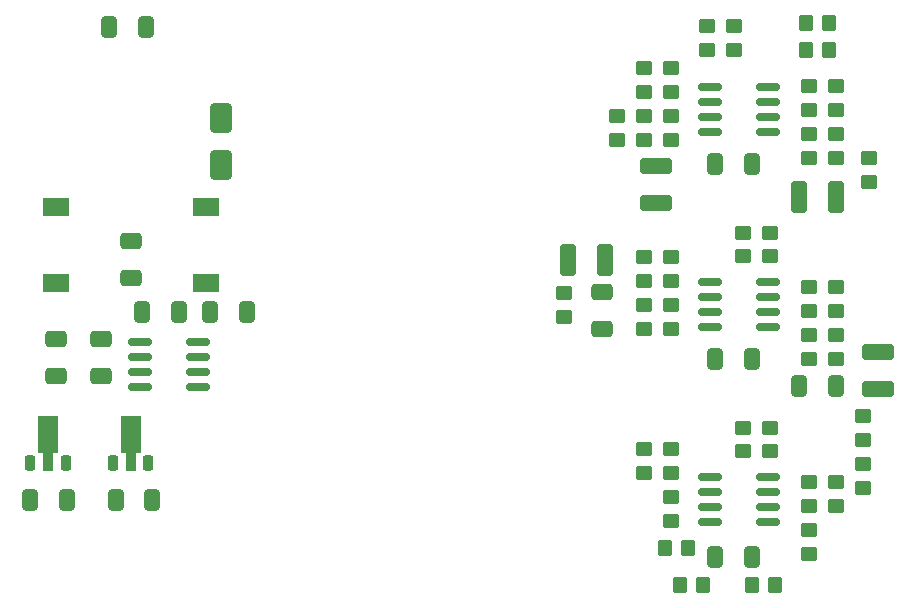
<source format=gtp>
G04 #@! TF.GenerationSoftware,KiCad,Pcbnew,8.0.3-8.0.3-0~ubuntu22.04.1*
G04 #@! TF.CreationDate,2024-07-07T23:08:19+03:00*
G04 #@! TF.ProjectId,riaa-preamp,72696161-2d70-4726-9561-6d702e6b6963,rev?*
G04 #@! TF.SameCoordinates,Original*
G04 #@! TF.FileFunction,Paste,Top*
G04 #@! TF.FilePolarity,Positive*
%FSLAX46Y46*%
G04 Gerber Fmt 4.6, Leading zero omitted, Abs format (unit mm)*
G04 Created by KiCad (PCBNEW 8.0.3-8.0.3-0~ubuntu22.04.1) date 2024-07-07 23:08:19*
%MOMM*%
%LPD*%
G01*
G04 APERTURE LIST*
G04 Aperture macros list*
%AMRoundRect*
0 Rectangle with rounded corners*
0 $1 Rounding radius*
0 $2 $3 $4 $5 $6 $7 $8 $9 X,Y pos of 4 corners*
0 Add a 4 corners polygon primitive as box body*
4,1,4,$2,$3,$4,$5,$6,$7,$8,$9,$2,$3,0*
0 Add four circle primitives for the rounded corners*
1,1,$1+$1,$2,$3*
1,1,$1+$1,$4,$5*
1,1,$1+$1,$6,$7*
1,1,$1+$1,$8,$9*
0 Add four rect primitives between the rounded corners*
20,1,$1+$1,$2,$3,$4,$5,0*
20,1,$1+$1,$4,$5,$6,$7,0*
20,1,$1+$1,$6,$7,$8,$9,0*
20,1,$1+$1,$8,$9,$2,$3,0*%
%AMFreePoly0*
4,1,9,3.862500,-0.866500,0.737500,-0.866500,0.737500,-0.450000,-0.737500,-0.450000,-0.737500,0.450000,0.737500,0.450000,0.737500,0.866500,3.862500,0.866500,3.862500,-0.866500,3.862500,-0.866500,$1*%
G04 Aperture macros list end*
%ADD10RoundRect,0.250000X0.450000X-0.350000X0.450000X0.350000X-0.450000X0.350000X-0.450000X-0.350000X0*%
%ADD11RoundRect,0.250000X0.350000X0.450000X-0.350000X0.450000X-0.350000X-0.450000X0.350000X-0.450000X0*%
%ADD12RoundRect,0.150000X-0.825000X-0.150000X0.825000X-0.150000X0.825000X0.150000X-0.825000X0.150000X0*%
%ADD13RoundRect,0.225000X0.225000X-0.425000X0.225000X0.425000X-0.225000X0.425000X-0.225000X-0.425000X0*%
%ADD14FreePoly0,90.000000*%
%ADD15RoundRect,0.250000X0.412500X1.100000X-0.412500X1.100000X-0.412500X-1.100000X0.412500X-1.100000X0*%
%ADD16RoundRect,0.250000X0.412500X0.650000X-0.412500X0.650000X-0.412500X-0.650000X0.412500X-0.650000X0*%
%ADD17RoundRect,0.250000X-0.450000X0.350000X-0.450000X-0.350000X0.450000X-0.350000X0.450000X0.350000X0*%
%ADD18RoundRect,0.250000X-0.350000X-0.450000X0.350000X-0.450000X0.350000X0.450000X-0.350000X0.450000X0*%
%ADD19R,2.200000X1.500000*%
%ADD20RoundRect,0.250000X0.650000X-0.412500X0.650000X0.412500X-0.650000X0.412500X-0.650000X-0.412500X0*%
%ADD21RoundRect,0.250000X-0.650000X0.412500X-0.650000X-0.412500X0.650000X-0.412500X0.650000X0.412500X0*%
%ADD22RoundRect,0.250000X-1.100000X0.412500X-1.100000X-0.412500X1.100000X-0.412500X1.100000X0.412500X0*%
%ADD23RoundRect,0.250000X-0.412500X-0.650000X0.412500X-0.650000X0.412500X0.650000X-0.412500X0.650000X0*%
%ADD24RoundRect,0.250000X-0.650000X1.000000X-0.650000X-1.000000X0.650000X-1.000000X0.650000X1.000000X0*%
G04 APERTURE END LIST*
D10*
X170860000Y-129762000D03*
X170860000Y-127762000D03*
X170860000Y-146272000D03*
X170860000Y-144272000D03*
X156890000Y-115284000D03*
X156890000Y-113284000D03*
D11*
X170336000Y-107680000D03*
X168336000Y-107680000D03*
D10*
X162986000Y-125174000D03*
X162986000Y-123174000D03*
D12*
X160195000Y-127365000D03*
X160195000Y-128635000D03*
X160195000Y-129905000D03*
X160195000Y-131175000D03*
X165145000Y-131175000D03*
X165145000Y-129905000D03*
X165145000Y-128635000D03*
X165145000Y-127365000D03*
D10*
X165272000Y-125174000D03*
X165272000Y-123174000D03*
X170860000Y-112744000D03*
X170860000Y-110744000D03*
X154604000Y-127222000D03*
X154604000Y-125222000D03*
D13*
X109670000Y-142650000D03*
D14*
X111170000Y-142562500D03*
D13*
X112670000Y-142650000D03*
D15*
X170898500Y-120126000D03*
X167773500Y-120126000D03*
D16*
X163786500Y-133842000D03*
X160661500Y-133842000D03*
D17*
X159938000Y-105664000D03*
X159938000Y-107664000D03*
D18*
X157668000Y-153019000D03*
X159668000Y-153019000D03*
D15*
X151340500Y-125460000D03*
X148215500Y-125460000D03*
D16*
X163786500Y-150606000D03*
X160661500Y-150606000D03*
D19*
X117520000Y-120990000D03*
X117520000Y-127390000D03*
D20*
X108630000Y-135277500D03*
X108630000Y-132152500D03*
D17*
X156890000Y-125222000D03*
X156890000Y-127222000D03*
D21*
X111170000Y-123897500D03*
X111170000Y-127022500D03*
D22*
X174416000Y-133295500D03*
X174416000Y-136420500D03*
D16*
X163786500Y-117332000D03*
X160661500Y-117332000D03*
D10*
X168574000Y-133842000D03*
X168574000Y-131842000D03*
D19*
X104820000Y-121015000D03*
X104820000Y-127415000D03*
D10*
X156890000Y-131302000D03*
X156890000Y-129302000D03*
X154604000Y-111220000D03*
X154604000Y-109220000D03*
D16*
X115272500Y-129905000D03*
X112147500Y-129905000D03*
D17*
X168574000Y-144272000D03*
X168574000Y-146272000D03*
D23*
X102622500Y-145780000D03*
X105747500Y-145780000D03*
D24*
X118790000Y-113427000D03*
X118790000Y-117427000D03*
D12*
X111935000Y-132445000D03*
X111935000Y-133715000D03*
X111935000Y-134985000D03*
X111935000Y-136255000D03*
X116885000Y-136255000D03*
X116885000Y-134985000D03*
X116885000Y-133715000D03*
X116885000Y-132445000D03*
D18*
X156398000Y-149844000D03*
X158398000Y-149844000D03*
D11*
X170336000Y-105394000D03*
X168336000Y-105394000D03*
D16*
X170898500Y-136128000D03*
X167773500Y-136128000D03*
D20*
X104820000Y-135277500D03*
X104820000Y-132152500D03*
D11*
X165764000Y-153019000D03*
X163764000Y-153019000D03*
D10*
X147873000Y-130270000D03*
X147873000Y-128270000D03*
D17*
X168574000Y-110744000D03*
X168574000Y-112744000D03*
D10*
X156890000Y-147558000D03*
X156890000Y-145558000D03*
X173654000Y-118840000D03*
X173654000Y-116840000D03*
D22*
X155620000Y-117547500D03*
X155620000Y-120672500D03*
D10*
X170860000Y-116808000D03*
X170860000Y-114808000D03*
X154604000Y-143478000D03*
X154604000Y-141478000D03*
X168574000Y-116808000D03*
X168574000Y-114808000D03*
D17*
X162224000Y-105664000D03*
X162224000Y-107664000D03*
D20*
X151048000Y-131340500D03*
X151048000Y-128215500D03*
D10*
X165272000Y-141684000D03*
X165272000Y-139684000D03*
X154604000Y-131286000D03*
X154604000Y-129286000D03*
D13*
X102685000Y-142650000D03*
D14*
X104185000Y-142562500D03*
D13*
X105685000Y-142650000D03*
D23*
X109900000Y-145780000D03*
X113025000Y-145780000D03*
D17*
X156890000Y-109220000D03*
X156890000Y-111220000D03*
D10*
X154604000Y-115284000D03*
X154604000Y-113284000D03*
X173146000Y-140684000D03*
X173146000Y-138684000D03*
X170860000Y-133826000D03*
X170860000Y-131826000D03*
D16*
X112440000Y-105775000D03*
X109315000Y-105775000D03*
D10*
X162986000Y-141684000D03*
X162986000Y-139684000D03*
D17*
X156890000Y-141478000D03*
X156890000Y-143478000D03*
D10*
X168574000Y-150336000D03*
X168574000Y-148336000D03*
D17*
X168574000Y-127762000D03*
X168574000Y-129762000D03*
D12*
X160195000Y-110855000D03*
X160195000Y-112125000D03*
X160195000Y-113395000D03*
X160195000Y-114665000D03*
X165145000Y-114665000D03*
X165145000Y-113395000D03*
X165145000Y-112125000D03*
X165145000Y-110855000D03*
D10*
X173146000Y-144764000D03*
X173146000Y-142764000D03*
D12*
X160195000Y-143875000D03*
X160195000Y-145145000D03*
X160195000Y-146415000D03*
X160195000Y-147685000D03*
X165145000Y-147685000D03*
X165145000Y-146415000D03*
X165145000Y-145145000D03*
X165145000Y-143875000D03*
D10*
X152318000Y-115284000D03*
X152318000Y-113284000D03*
D16*
X120987500Y-129905000D03*
X117862500Y-129905000D03*
M02*

</source>
